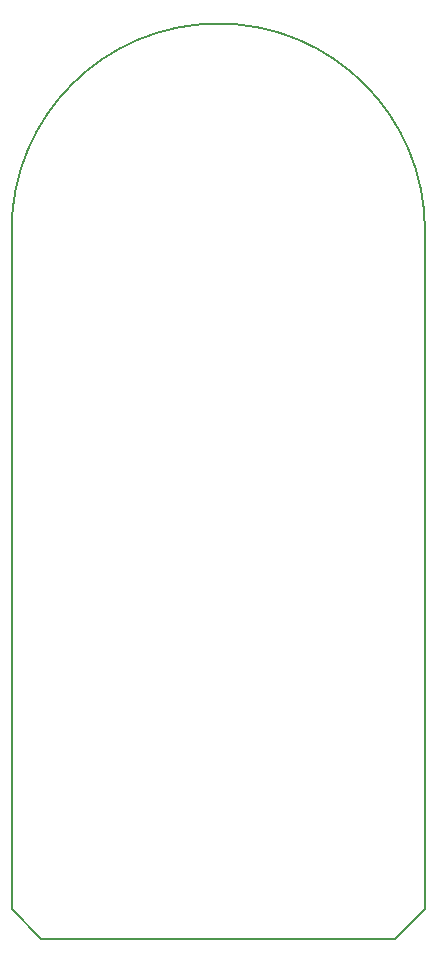
<source format=gbr>
G04 #@! TF.GenerationSoftware,KiCad,Pcbnew,7.0.0-da2b9df05c~163~ubuntu22.04.1*
G04 #@! TF.CreationDate,2023-02-22T18:49:53+09:00*
G04 #@! TF.ProjectId,staticdetector,73746174-6963-4646-9574-6563746f722e,rev?*
G04 #@! TF.SameCoordinates,Original*
G04 #@! TF.FileFunction,Profile,NP*
%FSLAX46Y46*%
G04 Gerber Fmt 4.6, Leading zero omitted, Abs format (unit mm)*
G04 Created by KiCad (PCBNEW 7.0.0-da2b9df05c~163~ubuntu22.04.1) date 2023-02-22 18:49:53*
%MOMM*%
%LPD*%
G01*
G04 APERTURE LIST*
G04 #@! TA.AperFunction,Profile*
%ADD10C,0.200000*%
G04 #@! TD*
G04 APERTURE END LIST*
D10*
X147500000Y-60000000D02*
G75*
G03*
X112500000Y-60000000I-17500000J0D01*
G01*
X112500000Y-60000000D02*
X112500000Y-117500000D01*
X112500000Y-117500000D02*
X115000000Y-120000000D01*
X147500000Y-117500000D02*
X147500000Y-60000000D01*
X145000000Y-120000000D02*
X147500000Y-117500000D01*
X115000000Y-120000000D02*
X145000000Y-120000000D01*
M02*

</source>
